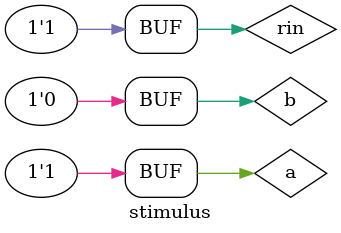
<source format=v>
`timescale 1ns / 1ps
`include "additionneur_1bit.v"

module stimulus;
	// Inputs
	reg a;
    reg b;
	reg rin;
	// Outputs
	wire s;
	wire rout;
	// Instantiate the Unit Under Test (UUT)
	additionneur_1bit uut (
		a,
        b,
		rin, 
		s,
		rout
	);
 
	initial begin
	$dumpfile("test.vcd");
    $dumpvars(0,stimulus);
	// Initialize Inputs
    a = 0;
	b = 0;
	rin = 0;
    
    #20 a = 1;
	#20 b = 1;
	#20 rin = 1;
	#20 b = 0;	  
	#40 ;
 
	end  
 
	initial begin
	$monitor("t=%3d a=%d,b=%d,rin=%d,s=%d,rout=%d \n",$time,a,b,rin,s,rout, );
	end
 
endmodule
</source>
